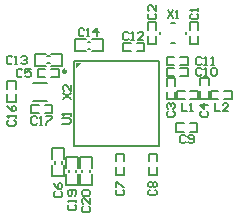
<source format=gto>
G04*
G04 #@! TF.GenerationSoftware,Altium Limited,Altium Designer,19.0.15 (446)*
G04*
G04 Layer_Color=65535*
%FSLAX24Y24*%
%MOIN*%
G70*
G01*
G75*
%ADD10C,0.0098*%
%ADD11C,0.0060*%
%ADD12C,0.0079*%
G36*
X-1181Y1378D02*
X-1378Y1181D01*
Y1378D01*
X-1181Y1378D01*
D02*
G37*
D10*
X-1699Y1083D02*
G03*
X-1699Y1083I-49J0D01*
G01*
D11*
X1312Y2459D02*
Y2715D01*
Y2006D02*
Y2262D01*
X1037Y2459D02*
Y2715D01*
Y2006D02*
Y2262D01*
Y2006D02*
X1312D01*
X1037Y2715D02*
X1312D01*
X2300Y2337D02*
Y2384D01*
X1812Y2014D02*
X1937D01*
X1449Y2337D02*
Y2384D01*
X1812Y2707D02*
X1937D01*
X2437Y2006D02*
Y2262D01*
Y2459D02*
Y2715D01*
X2712Y2006D02*
Y2262D01*
Y2459D02*
Y2715D01*
X2437D02*
X2712D01*
X2437Y2006D02*
X2712D01*
X2106Y1289D02*
X2362D01*
X1654D02*
X1909D01*
X2106Y1565D02*
X2362D01*
X1654D02*
X1909D01*
X1654Y1289D02*
Y1565D01*
X2362Y1289D02*
Y1565D01*
X207Y2037D02*
X463D01*
X659D02*
X915D01*
X207Y1762D02*
X463D01*
X659D02*
X915D01*
Y2037D01*
X207Y1762D02*
Y2037D01*
X1654Y935D02*
Y1211D01*
X2362Y935D02*
Y1211D01*
X2106Y935D02*
X2362D01*
X1654D02*
X1909D01*
X2106Y1211D02*
X2362D01*
X1654D02*
X1909D01*
X1654Y148D02*
X1930D01*
X1654Y856D02*
X1930D01*
Y601D02*
Y856D01*
Y148D02*
Y404D01*
X1654Y601D02*
Y856D01*
Y148D02*
Y404D01*
X2450Y164D02*
X2706D01*
X1998D02*
X2254D01*
X2450Y440D02*
X2706D01*
X1998D02*
X2254Y440D01*
X1998Y164D02*
Y440D01*
X2706Y164D02*
Y440D01*
X2778Y166D02*
X3054D01*
X2778Y874D02*
X3054D01*
X3054Y618D02*
X3054Y874D01*
Y166D02*
Y422D01*
X2778Y874D02*
X2778Y618D01*
X2778Y166D02*
X2778Y422D01*
X3578Y164D02*
X3834D01*
X3126D02*
X3382D01*
X3578Y440D02*
X3834D01*
X3126D02*
X3382D01*
X3126Y164D02*
Y440D01*
X3834Y164D02*
Y440D01*
X2421Y-925D02*
X2677D01*
X1968D02*
X2224D01*
X2421Y-650D02*
X2677D01*
X1968D02*
X2224D01*
X1968Y-925D02*
Y-650D01*
X2677Y-925D02*
Y-650D01*
X-1388Y2156D02*
X-1024D01*
X-827D02*
X-463D01*
X-1388Y1762D02*
X-1024D01*
X-827D02*
X-463D01*
Y2156D01*
X-1388Y1762D02*
Y2156D01*
X-1230Y-2697D02*
Y-2333D01*
Y-2136D02*
Y-1772D01*
X-837Y-2697D02*
Y-2333D01*
Y-2136D02*
Y-1772D01*
X-1230D02*
X-837D01*
X-1230Y-2697D02*
X-837D01*
X-1693D02*
Y-2333D01*
Y-2136D02*
Y-1772D01*
X-1299Y-2697D02*
Y-2333D01*
Y-2136D02*
Y-1772D01*
X-1693D02*
X-1299D01*
X-1693Y-2697D02*
X-1299D01*
X-3377Y512D02*
Y768D01*
Y59D02*
Y315D01*
X-3652Y512D02*
Y768D01*
Y59D02*
Y315D01*
Y59D02*
X-3377D01*
X-3652Y768D02*
X-3377D01*
X-2865Y-30D02*
X-2609D01*
X-2412D02*
X-2156D01*
X-2865Y-305D02*
X-2609D01*
X-2412D02*
X-2156D01*
Y-30D01*
X-2865Y-305D02*
Y-30D01*
X-2648Y1171D02*
X-2392D01*
X-2195D02*
X-1939D01*
X-2648Y896D02*
X-2392D01*
X-2195D02*
X-1939D01*
Y1171D01*
X-2648Y896D02*
Y1171D01*
X-2746Y1663D02*
X-2382D01*
X-2185D02*
X-1821D01*
X-2746Y1270D02*
X-2382D01*
X-2185D02*
X-1821D01*
Y1663D01*
X-2746Y1270D02*
Y1663D01*
X-2160Y-2411D02*
Y-2047D01*
Y-1850D02*
Y-1486D01*
X-1766Y-2411D02*
Y-2047D01*
Y-1850D02*
Y-1486D01*
X-2160D02*
X-1766D01*
X-2160Y-2411D02*
X-1766D01*
X-39Y-2372D02*
Y-2116D01*
Y-1919D02*
Y-1663D01*
X236Y-2372D02*
Y-2116D01*
Y-1919D02*
Y-1663D01*
X-39D02*
X236D01*
X-39Y-2372D02*
X236D01*
X1053D02*
Y-2116D01*
Y-1919D02*
Y-1663D01*
X1329Y-2372D02*
Y-2116D01*
Y-1919D02*
Y-1663D01*
X1053D02*
X1329D01*
X1053Y-2372D02*
X1329D01*
X1082Y3011D02*
X1037Y2966D01*
Y2876D01*
X1082Y2831D01*
X1262D01*
X1307Y2876D01*
Y2966D01*
X1262Y3011D01*
X1307Y3280D02*
Y3101D01*
X1127Y3280D01*
X1082D01*
X1037Y3235D01*
Y3146D01*
X1082Y3101D01*
X1687Y3121D02*
X1867Y2851D01*
Y3121D02*
X1687Y2851D01*
X1957D02*
X2047D01*
X2002D01*
Y3121D01*
X1957Y3076D01*
X2492Y3011D02*
X2447Y2966D01*
Y2876D01*
X2492Y2831D01*
X2672D01*
X2717Y2876D01*
Y2966D01*
X2672Y3011D01*
X2717Y3101D02*
Y3191D01*
Y3146D01*
X2447D01*
X2492Y3101D01*
X2827Y1517D02*
X2782Y1562D01*
X2692D01*
X2647Y1517D01*
Y1337D01*
X2692Y1292D01*
X2782D01*
X2827Y1337D01*
X2917Y1292D02*
X3007D01*
X2962D01*
Y1562D01*
X2917Y1517D01*
X3142Y1292D02*
X3232D01*
X3187D01*
Y1562D01*
X3142Y1517D01*
X389Y2348D02*
X344Y2393D01*
X254D01*
X209Y2348D01*
Y2168D01*
X254Y2123D01*
X344D01*
X389Y2168D01*
X479Y2123D02*
X569D01*
X524D01*
Y2393D01*
X479Y2348D01*
X883Y2123D02*
X703D01*
X883Y2303D01*
Y2348D01*
X838Y2393D01*
X748D01*
X703Y2348D01*
X2827Y1167D02*
X2782Y1212D01*
X2692D01*
X2647Y1167D01*
Y987D01*
X2692Y942D01*
X2782D01*
X2827Y987D01*
X2917Y942D02*
X3007D01*
X2962D01*
Y1212D01*
X2917Y1167D01*
X3142D02*
X3187Y1212D01*
X3277D01*
X3322Y1167D01*
Y987D01*
X3277Y942D01*
X3187D01*
X3142Y987D01*
Y1167D01*
X1702Y-250D02*
X1658Y-295D01*
Y-385D01*
X1702Y-430D01*
X1882D01*
X1927Y-385D01*
Y-295D01*
X1882Y-250D01*
X1702Y-160D02*
X1658Y-115D01*
Y-25D01*
X1702Y20D01*
X1747D01*
X1792Y-25D01*
Y-70D01*
Y-25D01*
X1837Y20D01*
X1882D01*
X1927Y-25D01*
Y-115D01*
X1882Y-160D01*
X2167Y20D02*
Y-250D01*
X2347D01*
X2437D02*
X2527D01*
X2482D01*
Y20D01*
X2437Y-25D01*
X2822Y-250D02*
X2778Y-295D01*
Y-385D01*
X2822Y-430D01*
X3002D01*
X3047Y-385D01*
Y-295D01*
X3002Y-250D01*
X3047Y-25D02*
X2778D01*
X2912Y-160D01*
Y20D01*
X3257Y20D02*
Y-250D01*
X3437D01*
X3707D02*
X3527D01*
X3707Y-70D01*
Y-25D01*
X3662Y20D01*
X3572D01*
X3527Y-25D01*
X2290Y-1075D02*
X2245Y-1030D01*
X2155D01*
X2110Y-1075D01*
Y-1255D01*
X2155Y-1300D01*
X2245D01*
X2290Y-1255D01*
X2380D02*
X2425Y-1300D01*
X2515D01*
X2560Y-1255D01*
Y-1075D01*
X2515Y-1030D01*
X2425D01*
X2380Y-1075D01*
Y-1120D01*
X2425Y-1165D01*
X2560D01*
X-1128Y-3420D02*
X-1172Y-3465D01*
Y-3555D01*
X-1128Y-3600D01*
X-948D01*
X-903Y-3555D01*
Y-3465D01*
X-948Y-3420D01*
X-903Y-3150D02*
Y-3330D01*
X-1083Y-3150D01*
X-1128D01*
X-1172Y-3195D01*
Y-3285D01*
X-1128Y-3330D01*
Y-3060D02*
X-1172Y-3015D01*
Y-2925D01*
X-1128Y-2880D01*
X-948D01*
X-903Y-2925D01*
Y-3015D01*
X-948Y-3060D01*
X-1128D01*
X-3500Y1555D02*
X-3545Y1600D01*
X-3635D01*
X-3680Y1555D01*
Y1375D01*
X-3635Y1330D01*
X-3545D01*
X-3500Y1375D01*
X-3410Y1330D02*
X-3320D01*
X-3365D01*
Y1600D01*
X-3410Y1555D01*
X-3185D02*
X-3140Y1600D01*
X-3050D01*
X-3005Y1555D01*
Y1510D01*
X-3050Y1465D01*
X-3095D01*
X-3050D01*
X-3005Y1420D01*
Y1375D01*
X-3050Y1330D01*
X-3140D01*
X-3185Y1375D01*
X-1100Y2475D02*
X-1145Y2520D01*
X-1235D01*
X-1280Y2475D01*
Y2295D01*
X-1235Y2250D01*
X-1145D01*
X-1100Y2295D01*
X-1010Y2250D02*
X-920D01*
X-965D01*
Y2520D01*
X-1010Y2475D01*
X-650Y2250D02*
Y2520D01*
X-785Y2385D01*
X-605D01*
X-1800Y170D02*
X-1530Y350D01*
X-1800D02*
X-1530Y170D01*
Y620D02*
Y440D01*
X-1710Y620D01*
X-1755D01*
X-1800Y575D01*
Y485D01*
X-1755Y440D01*
X-1819Y-660D02*
X-1594D01*
X-1549Y-615D01*
Y-525D01*
X-1594Y-480D01*
X-1819D01*
X-1549Y-390D02*
Y-300D01*
Y-345D01*
X-1819D01*
X-1774Y-390D01*
X5Y-2870D02*
X-40Y-2915D01*
Y-3005D01*
X5Y-3050D01*
X185D01*
X230Y-3005D01*
Y-2915D01*
X185Y-2870D01*
X-40Y-2780D02*
Y-2600D01*
X5D01*
X185Y-2780D01*
X230D01*
X1095Y-2870D02*
X1050Y-2915D01*
Y-3005D01*
X1095Y-3050D01*
X1275D01*
X1320Y-3005D01*
Y-2915D01*
X1275Y-2870D01*
X1095Y-2780D02*
X1050Y-2735D01*
Y-2645D01*
X1095Y-2600D01*
X1140D01*
X1185Y-2645D01*
X1230Y-2600D01*
X1275D01*
X1320Y-2645D01*
Y-2735D01*
X1275Y-2780D01*
X1230D01*
X1185Y-2735D01*
X1140Y-2780D01*
X1095D01*
X1185Y-2735D02*
Y-2645D01*
X-2055Y-2920D02*
X-2100Y-2965D01*
Y-3055D01*
X-2055Y-3100D01*
X-1875D01*
X-1830Y-3055D01*
Y-2965D01*
X-1875Y-2920D01*
X-2100Y-2650D02*
X-2055Y-2740D01*
X-1965Y-2830D01*
X-1875D01*
X-1830Y-2785D01*
Y-2695D01*
X-1875Y-2650D01*
X-1920D01*
X-1965Y-2695D01*
Y-2830D01*
X-3150Y1125D02*
X-3195Y1170D01*
X-3285D01*
X-3330Y1125D01*
Y945D01*
X-3285Y900D01*
X-3195D01*
X-3150Y945D01*
X-2880Y1170D02*
X-3060D01*
Y1035D01*
X-2970Y1080D01*
X-2925D01*
X-2880Y1035D01*
Y945D01*
X-2925Y900D01*
X-3015D01*
X-3060Y945D01*
X-3605Y-550D02*
X-3650Y-595D01*
Y-685D01*
X-3605Y-730D01*
X-3425D01*
X-3380Y-685D01*
Y-595D01*
X-3425Y-550D01*
X-3380Y-460D02*
Y-370D01*
Y-415D01*
X-3650D01*
X-3605Y-460D01*
X-3650Y-55D02*
X-3605Y-145D01*
X-3515Y-235D01*
X-3425D01*
X-3380Y-190D01*
Y-100D01*
X-3425Y-55D01*
X-3470D01*
X-3515Y-100D01*
Y-235D01*
X-2670Y-465D02*
X-2715Y-420D01*
X-2805D01*
X-2850Y-465D01*
Y-645D01*
X-2805Y-690D01*
X-2715D01*
X-2670Y-645D01*
X-2580Y-690D02*
X-2490D01*
X-2535D01*
Y-420D01*
X-2580Y-465D01*
X-2355Y-420D02*
X-2175D01*
Y-465D01*
X-2355Y-645D01*
Y-690D01*
X-1587Y-3370D02*
X-1632Y-3415D01*
Y-3505D01*
X-1587Y-3550D01*
X-1408D01*
X-1363Y-3505D01*
Y-3415D01*
X-1408Y-3370D01*
X-1363Y-3280D02*
Y-3190D01*
Y-3235D01*
X-1632D01*
X-1587Y-3280D01*
X-1408Y-3055D02*
X-1363Y-3010D01*
Y-2920D01*
X-1408Y-2875D01*
X-1587D01*
X-1632Y-2920D01*
Y-3010D01*
X-1587Y-3055D01*
X-1543D01*
X-1498Y-3010D01*
Y-2875D01*
D12*
X-2806Y699D02*
X-2334D01*
X-2806Y108D02*
X-2334D01*
X-1417Y-1417D02*
X1417D01*
X-1417Y1417D02*
X1417D01*
Y-1417D02*
Y1417D01*
X-1417Y-1417D02*
Y1417D01*
X-965Y2077D02*
X-886D01*
X-965Y1841D02*
X-886D01*
X-1152Y-2274D02*
Y-2195D01*
X-915Y-2274D02*
Y-2195D01*
X-1614Y-2274D02*
Y-2195D01*
X-1378Y-2274D02*
Y-2195D01*
X-2323Y1585D02*
X-2244D01*
X-2323Y1348D02*
X-2244D01*
X-2081Y-1988D02*
Y-1909D01*
X-1845Y-1988D02*
Y-1909D01*
M02*

</source>
